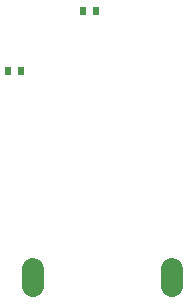
<source format=gbp>
From b7320a6b586e8cf12ea126e7ed4320e6d9f53e99 Mon Sep 17 00:00:00 2001
From: opiopan <opiopan@gmail.com>
Date: Mon, 1 Apr 2019 21:26:26 +0900
Subject: add examples

---
 examples/inputs/rcstick-f.GBP | 25 +++++++++++++++++++++++++
 1 file changed, 25 insertions(+)
 create mode 100644 examples/inputs/rcstick-f.GBP

(limited to 'examples/inputs/rcstick-f.GBP')

diff --git a/examples/inputs/rcstick-f.GBP b/examples/inputs/rcstick-f.GBP
new file mode 100644
index 0000000..4cde199
--- /dev/null
+++ b/examples/inputs/rcstick-f.GBP
@@ -0,0 +1,25 @@
+G04 EAGLE Gerber RS-274X export*
+G75*
+%MOMM*%
+%FSLAX34Y34*%
+%LPD*%
+%INSolder paste bottom*%
+%IPPOS*%
+%AMOC8*
+5,1,8,0,0,1.08239X$1,22.5*%
+G01*
+%ADD10R,0.600000X0.700000*%
+%ADD11C,1.900000*%
+
+
+D10*
+X69000Y203200D03*
+X58000Y203200D03*
+X121500Y254000D03*
+X132500Y254000D03*
+D11*
+X79500Y35620D02*
+X79500Y20620D01*
+X196500Y20620D02*
+X196500Y35620D01*
+M02*
-- 
cgit 


</source>
